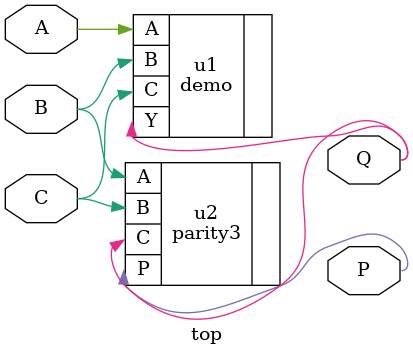
<source format=v>
module top(A, B, C, P, Q);
  input   A;
  input   B;
  input   C;
  output  P;
  output  Q;

demo u1 (.A(A),
         .B(B),
         .C(C),
         .Y(Q) );

parity3 u2 (.A(B),
            .B(C),
            .C(Q),
            .P(P) );
endmodule

</source>
